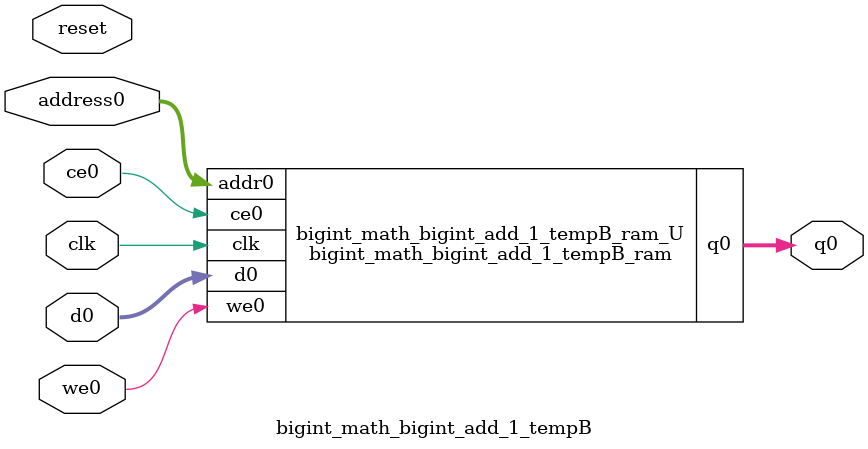
<source format=v>

`timescale 1 ns / 1 ps
module bigint_math_bigint_add_1_tempB_ram (addr0, ce0, d0, we0, q0,  clk);

parameter DWIDTH = 8;
parameter AWIDTH = 8;
parameter MEM_SIZE = 256;

input[AWIDTH-1:0] addr0;
input ce0;
input[DWIDTH-1:0] d0;
input we0;
output reg[DWIDTH-1:0] q0;
input clk;

reg [DWIDTH-1:0] ram[MEM_SIZE-1:0];




always @(posedge clk)  
begin 
    if (ce0) 
    begin
        if (we0) 
        begin 
            ram[addr0] <= d0; 
            q0 <= d0;
        end 
        else 
            q0 <= ram[addr0];
    end
end


endmodule


`timescale 1 ns / 1 ps
module bigint_math_bigint_add_1_tempB(
    reset,
    clk,
    address0,
    ce0,
    we0,
    d0,
    q0);

parameter DataWidth = 32'd8;
parameter AddressRange = 32'd256;
parameter AddressWidth = 32'd8;
input reset;
input clk;
input[AddressWidth - 1:0] address0;
input ce0;
input we0;
input[DataWidth - 1:0] d0;
output[DataWidth - 1:0] q0;



bigint_math_bigint_add_1_tempB_ram bigint_math_bigint_add_1_tempB_ram_U(
    .clk( clk ),
    .addr0( address0 ),
    .ce0( ce0 ),
    .d0( d0 ),
    .we0( we0 ),
    .q0( q0 ));

endmodule


</source>
